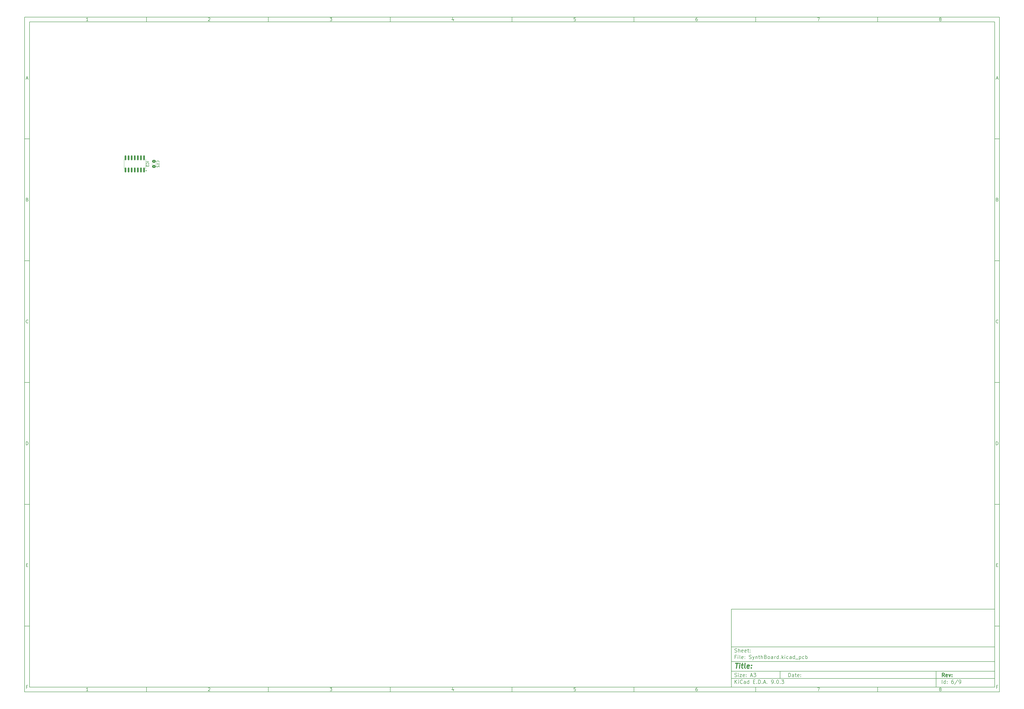
<source format=gbr>
%TF.GenerationSoftware,KiCad,Pcbnew,9.0.3*%
%TF.CreationDate,2025-09-21T10:38:42+09:00*%
%TF.ProjectId,SynthBoard,53796e74-6842-46f6-9172-642e6b696361,rev?*%
%TF.SameCoordinates,Original*%
%TF.FileFunction,Legend,Bot*%
%TF.FilePolarity,Positive*%
%FSLAX46Y46*%
G04 Gerber Fmt 4.6, Leading zero omitted, Abs format (unit mm)*
G04 Created by KiCad (PCBNEW 9.0.3) date 2025-09-21 10:38:42*
%MOMM*%
%LPD*%
G01*
G04 APERTURE LIST*
G04 Aperture macros list*
%AMRoundRect*
0 Rectangle with rounded corners*
0 $1 Rounding radius*
0 $2 $3 $4 $5 $6 $7 $8 $9 X,Y pos of 4 corners*
0 Add a 4 corners polygon primitive as box body*
4,1,4,$2,$3,$4,$5,$6,$7,$8,$9,$2,$3,0*
0 Add four circle primitives for the rounded corners*
1,1,$1+$1,$2,$3*
1,1,$1+$1,$4,$5*
1,1,$1+$1,$6,$7*
1,1,$1+$1,$8,$9*
0 Add four rect primitives between the rounded corners*
20,1,$1+$1,$2,$3,$4,$5,0*
20,1,$1+$1,$4,$5,$6,$7,0*
20,1,$1+$1,$6,$7,$8,$9,0*
20,1,$1+$1,$8,$9,$2,$3,0*%
G04 Aperture macros list end*
%ADD10C,0.100000*%
%ADD11C,0.150000*%
%ADD12C,0.300000*%
%ADD13C,0.400000*%
%ADD14C,0.120000*%
%ADD15C,1.120000*%
%ADD16C,1.600000*%
%ADD17R,1.800000X1.800000*%
%ADD18C,1.800000*%
%ADD19C,2.550000*%
%ADD20R,1.700000X1.700000*%
%ADD21C,1.700000*%
%ADD22R,1.200000X1.200000*%
%ADD23C,1.286000*%
%ADD24C,2.025000*%
%ADD25C,4.455000*%
%ADD26RoundRect,0.150000X0.150000X-0.825000X0.150000X0.825000X-0.150000X0.825000X-0.150000X-0.825000X0*%
%ADD27RoundRect,0.250000X0.475000X-0.337500X0.475000X0.337500X-0.475000X0.337500X-0.475000X-0.337500X0*%
G04 APERTURE END LIST*
D10*
D11*
X299989000Y-253002200D02*
X407989000Y-253002200D01*
X407989000Y-285002200D01*
X299989000Y-285002200D01*
X299989000Y-253002200D01*
D10*
D11*
X10000000Y-10000000D02*
X409989000Y-10000000D01*
X409989000Y-287002200D01*
X10000000Y-287002200D01*
X10000000Y-10000000D01*
D10*
D11*
X12000000Y-12000000D02*
X407989000Y-12000000D01*
X407989000Y-285002200D01*
X12000000Y-285002200D01*
X12000000Y-12000000D01*
D10*
D11*
X60000000Y-12000000D02*
X60000000Y-10000000D01*
D10*
D11*
X110000000Y-12000000D02*
X110000000Y-10000000D01*
D10*
D11*
X160000000Y-12000000D02*
X160000000Y-10000000D01*
D10*
D11*
X210000000Y-12000000D02*
X210000000Y-10000000D01*
D10*
D11*
X260000000Y-12000000D02*
X260000000Y-10000000D01*
D10*
D11*
X310000000Y-12000000D02*
X310000000Y-10000000D01*
D10*
D11*
X360000000Y-12000000D02*
X360000000Y-10000000D01*
D10*
D11*
X36089160Y-11593604D02*
X35346303Y-11593604D01*
X35717731Y-11593604D02*
X35717731Y-10293604D01*
X35717731Y-10293604D02*
X35593922Y-10479319D01*
X35593922Y-10479319D02*
X35470112Y-10603128D01*
X35470112Y-10603128D02*
X35346303Y-10665033D01*
D10*
D11*
X85346303Y-10417414D02*
X85408207Y-10355509D01*
X85408207Y-10355509D02*
X85532017Y-10293604D01*
X85532017Y-10293604D02*
X85841541Y-10293604D01*
X85841541Y-10293604D02*
X85965350Y-10355509D01*
X85965350Y-10355509D02*
X86027255Y-10417414D01*
X86027255Y-10417414D02*
X86089160Y-10541223D01*
X86089160Y-10541223D02*
X86089160Y-10665033D01*
X86089160Y-10665033D02*
X86027255Y-10850747D01*
X86027255Y-10850747D02*
X85284398Y-11593604D01*
X85284398Y-11593604D02*
X86089160Y-11593604D01*
D10*
D11*
X135284398Y-10293604D02*
X136089160Y-10293604D01*
X136089160Y-10293604D02*
X135655826Y-10788842D01*
X135655826Y-10788842D02*
X135841541Y-10788842D01*
X135841541Y-10788842D02*
X135965350Y-10850747D01*
X135965350Y-10850747D02*
X136027255Y-10912652D01*
X136027255Y-10912652D02*
X136089160Y-11036461D01*
X136089160Y-11036461D02*
X136089160Y-11345985D01*
X136089160Y-11345985D02*
X136027255Y-11469795D01*
X136027255Y-11469795D02*
X135965350Y-11531700D01*
X135965350Y-11531700D02*
X135841541Y-11593604D01*
X135841541Y-11593604D02*
X135470112Y-11593604D01*
X135470112Y-11593604D02*
X135346303Y-11531700D01*
X135346303Y-11531700D02*
X135284398Y-11469795D01*
D10*
D11*
X185965350Y-10726938D02*
X185965350Y-11593604D01*
X185655826Y-10231700D02*
X185346303Y-11160271D01*
X185346303Y-11160271D02*
X186151064Y-11160271D01*
D10*
D11*
X236027255Y-10293604D02*
X235408207Y-10293604D01*
X235408207Y-10293604D02*
X235346303Y-10912652D01*
X235346303Y-10912652D02*
X235408207Y-10850747D01*
X235408207Y-10850747D02*
X235532017Y-10788842D01*
X235532017Y-10788842D02*
X235841541Y-10788842D01*
X235841541Y-10788842D02*
X235965350Y-10850747D01*
X235965350Y-10850747D02*
X236027255Y-10912652D01*
X236027255Y-10912652D02*
X236089160Y-11036461D01*
X236089160Y-11036461D02*
X236089160Y-11345985D01*
X236089160Y-11345985D02*
X236027255Y-11469795D01*
X236027255Y-11469795D02*
X235965350Y-11531700D01*
X235965350Y-11531700D02*
X235841541Y-11593604D01*
X235841541Y-11593604D02*
X235532017Y-11593604D01*
X235532017Y-11593604D02*
X235408207Y-11531700D01*
X235408207Y-11531700D02*
X235346303Y-11469795D01*
D10*
D11*
X285965350Y-10293604D02*
X285717731Y-10293604D01*
X285717731Y-10293604D02*
X285593922Y-10355509D01*
X285593922Y-10355509D02*
X285532017Y-10417414D01*
X285532017Y-10417414D02*
X285408207Y-10603128D01*
X285408207Y-10603128D02*
X285346303Y-10850747D01*
X285346303Y-10850747D02*
X285346303Y-11345985D01*
X285346303Y-11345985D02*
X285408207Y-11469795D01*
X285408207Y-11469795D02*
X285470112Y-11531700D01*
X285470112Y-11531700D02*
X285593922Y-11593604D01*
X285593922Y-11593604D02*
X285841541Y-11593604D01*
X285841541Y-11593604D02*
X285965350Y-11531700D01*
X285965350Y-11531700D02*
X286027255Y-11469795D01*
X286027255Y-11469795D02*
X286089160Y-11345985D01*
X286089160Y-11345985D02*
X286089160Y-11036461D01*
X286089160Y-11036461D02*
X286027255Y-10912652D01*
X286027255Y-10912652D02*
X285965350Y-10850747D01*
X285965350Y-10850747D02*
X285841541Y-10788842D01*
X285841541Y-10788842D02*
X285593922Y-10788842D01*
X285593922Y-10788842D02*
X285470112Y-10850747D01*
X285470112Y-10850747D02*
X285408207Y-10912652D01*
X285408207Y-10912652D02*
X285346303Y-11036461D01*
D10*
D11*
X335284398Y-10293604D02*
X336151064Y-10293604D01*
X336151064Y-10293604D02*
X335593922Y-11593604D01*
D10*
D11*
X385593922Y-10850747D02*
X385470112Y-10788842D01*
X385470112Y-10788842D02*
X385408207Y-10726938D01*
X385408207Y-10726938D02*
X385346303Y-10603128D01*
X385346303Y-10603128D02*
X385346303Y-10541223D01*
X385346303Y-10541223D02*
X385408207Y-10417414D01*
X385408207Y-10417414D02*
X385470112Y-10355509D01*
X385470112Y-10355509D02*
X385593922Y-10293604D01*
X385593922Y-10293604D02*
X385841541Y-10293604D01*
X385841541Y-10293604D02*
X385965350Y-10355509D01*
X385965350Y-10355509D02*
X386027255Y-10417414D01*
X386027255Y-10417414D02*
X386089160Y-10541223D01*
X386089160Y-10541223D02*
X386089160Y-10603128D01*
X386089160Y-10603128D02*
X386027255Y-10726938D01*
X386027255Y-10726938D02*
X385965350Y-10788842D01*
X385965350Y-10788842D02*
X385841541Y-10850747D01*
X385841541Y-10850747D02*
X385593922Y-10850747D01*
X385593922Y-10850747D02*
X385470112Y-10912652D01*
X385470112Y-10912652D02*
X385408207Y-10974557D01*
X385408207Y-10974557D02*
X385346303Y-11098366D01*
X385346303Y-11098366D02*
X385346303Y-11345985D01*
X385346303Y-11345985D02*
X385408207Y-11469795D01*
X385408207Y-11469795D02*
X385470112Y-11531700D01*
X385470112Y-11531700D02*
X385593922Y-11593604D01*
X385593922Y-11593604D02*
X385841541Y-11593604D01*
X385841541Y-11593604D02*
X385965350Y-11531700D01*
X385965350Y-11531700D02*
X386027255Y-11469795D01*
X386027255Y-11469795D02*
X386089160Y-11345985D01*
X386089160Y-11345985D02*
X386089160Y-11098366D01*
X386089160Y-11098366D02*
X386027255Y-10974557D01*
X386027255Y-10974557D02*
X385965350Y-10912652D01*
X385965350Y-10912652D02*
X385841541Y-10850747D01*
D10*
D11*
X60000000Y-285002200D02*
X60000000Y-287002200D01*
D10*
D11*
X110000000Y-285002200D02*
X110000000Y-287002200D01*
D10*
D11*
X160000000Y-285002200D02*
X160000000Y-287002200D01*
D10*
D11*
X210000000Y-285002200D02*
X210000000Y-287002200D01*
D10*
D11*
X260000000Y-285002200D02*
X260000000Y-287002200D01*
D10*
D11*
X310000000Y-285002200D02*
X310000000Y-287002200D01*
D10*
D11*
X360000000Y-285002200D02*
X360000000Y-287002200D01*
D10*
D11*
X36089160Y-286595804D02*
X35346303Y-286595804D01*
X35717731Y-286595804D02*
X35717731Y-285295804D01*
X35717731Y-285295804D02*
X35593922Y-285481519D01*
X35593922Y-285481519D02*
X35470112Y-285605328D01*
X35470112Y-285605328D02*
X35346303Y-285667233D01*
D10*
D11*
X85346303Y-285419614D02*
X85408207Y-285357709D01*
X85408207Y-285357709D02*
X85532017Y-285295804D01*
X85532017Y-285295804D02*
X85841541Y-285295804D01*
X85841541Y-285295804D02*
X85965350Y-285357709D01*
X85965350Y-285357709D02*
X86027255Y-285419614D01*
X86027255Y-285419614D02*
X86089160Y-285543423D01*
X86089160Y-285543423D02*
X86089160Y-285667233D01*
X86089160Y-285667233D02*
X86027255Y-285852947D01*
X86027255Y-285852947D02*
X85284398Y-286595804D01*
X85284398Y-286595804D02*
X86089160Y-286595804D01*
D10*
D11*
X135284398Y-285295804D02*
X136089160Y-285295804D01*
X136089160Y-285295804D02*
X135655826Y-285791042D01*
X135655826Y-285791042D02*
X135841541Y-285791042D01*
X135841541Y-285791042D02*
X135965350Y-285852947D01*
X135965350Y-285852947D02*
X136027255Y-285914852D01*
X136027255Y-285914852D02*
X136089160Y-286038661D01*
X136089160Y-286038661D02*
X136089160Y-286348185D01*
X136089160Y-286348185D02*
X136027255Y-286471995D01*
X136027255Y-286471995D02*
X135965350Y-286533900D01*
X135965350Y-286533900D02*
X135841541Y-286595804D01*
X135841541Y-286595804D02*
X135470112Y-286595804D01*
X135470112Y-286595804D02*
X135346303Y-286533900D01*
X135346303Y-286533900D02*
X135284398Y-286471995D01*
D10*
D11*
X185965350Y-285729138D02*
X185965350Y-286595804D01*
X185655826Y-285233900D02*
X185346303Y-286162471D01*
X185346303Y-286162471D02*
X186151064Y-286162471D01*
D10*
D11*
X236027255Y-285295804D02*
X235408207Y-285295804D01*
X235408207Y-285295804D02*
X235346303Y-285914852D01*
X235346303Y-285914852D02*
X235408207Y-285852947D01*
X235408207Y-285852947D02*
X235532017Y-285791042D01*
X235532017Y-285791042D02*
X235841541Y-285791042D01*
X235841541Y-285791042D02*
X235965350Y-285852947D01*
X235965350Y-285852947D02*
X236027255Y-285914852D01*
X236027255Y-285914852D02*
X236089160Y-286038661D01*
X236089160Y-286038661D02*
X236089160Y-286348185D01*
X236089160Y-286348185D02*
X236027255Y-286471995D01*
X236027255Y-286471995D02*
X235965350Y-286533900D01*
X235965350Y-286533900D02*
X235841541Y-286595804D01*
X235841541Y-286595804D02*
X235532017Y-286595804D01*
X235532017Y-286595804D02*
X235408207Y-286533900D01*
X235408207Y-286533900D02*
X235346303Y-286471995D01*
D10*
D11*
X285965350Y-285295804D02*
X285717731Y-285295804D01*
X285717731Y-285295804D02*
X285593922Y-285357709D01*
X285593922Y-285357709D02*
X285532017Y-285419614D01*
X285532017Y-285419614D02*
X285408207Y-285605328D01*
X285408207Y-285605328D02*
X285346303Y-285852947D01*
X285346303Y-285852947D02*
X285346303Y-286348185D01*
X285346303Y-286348185D02*
X285408207Y-286471995D01*
X285408207Y-286471995D02*
X285470112Y-286533900D01*
X285470112Y-286533900D02*
X285593922Y-286595804D01*
X285593922Y-286595804D02*
X285841541Y-286595804D01*
X285841541Y-286595804D02*
X285965350Y-286533900D01*
X285965350Y-286533900D02*
X286027255Y-286471995D01*
X286027255Y-286471995D02*
X286089160Y-286348185D01*
X286089160Y-286348185D02*
X286089160Y-286038661D01*
X286089160Y-286038661D02*
X286027255Y-285914852D01*
X286027255Y-285914852D02*
X285965350Y-285852947D01*
X285965350Y-285852947D02*
X285841541Y-285791042D01*
X285841541Y-285791042D02*
X285593922Y-285791042D01*
X285593922Y-285791042D02*
X285470112Y-285852947D01*
X285470112Y-285852947D02*
X285408207Y-285914852D01*
X285408207Y-285914852D02*
X285346303Y-286038661D01*
D10*
D11*
X335284398Y-285295804D02*
X336151064Y-285295804D01*
X336151064Y-285295804D02*
X335593922Y-286595804D01*
D10*
D11*
X385593922Y-285852947D02*
X385470112Y-285791042D01*
X385470112Y-285791042D02*
X385408207Y-285729138D01*
X385408207Y-285729138D02*
X385346303Y-285605328D01*
X385346303Y-285605328D02*
X385346303Y-285543423D01*
X385346303Y-285543423D02*
X385408207Y-285419614D01*
X385408207Y-285419614D02*
X385470112Y-285357709D01*
X385470112Y-285357709D02*
X385593922Y-285295804D01*
X385593922Y-285295804D02*
X385841541Y-285295804D01*
X385841541Y-285295804D02*
X385965350Y-285357709D01*
X385965350Y-285357709D02*
X386027255Y-285419614D01*
X386027255Y-285419614D02*
X386089160Y-285543423D01*
X386089160Y-285543423D02*
X386089160Y-285605328D01*
X386089160Y-285605328D02*
X386027255Y-285729138D01*
X386027255Y-285729138D02*
X385965350Y-285791042D01*
X385965350Y-285791042D02*
X385841541Y-285852947D01*
X385841541Y-285852947D02*
X385593922Y-285852947D01*
X385593922Y-285852947D02*
X385470112Y-285914852D01*
X385470112Y-285914852D02*
X385408207Y-285976757D01*
X385408207Y-285976757D02*
X385346303Y-286100566D01*
X385346303Y-286100566D02*
X385346303Y-286348185D01*
X385346303Y-286348185D02*
X385408207Y-286471995D01*
X385408207Y-286471995D02*
X385470112Y-286533900D01*
X385470112Y-286533900D02*
X385593922Y-286595804D01*
X385593922Y-286595804D02*
X385841541Y-286595804D01*
X385841541Y-286595804D02*
X385965350Y-286533900D01*
X385965350Y-286533900D02*
X386027255Y-286471995D01*
X386027255Y-286471995D02*
X386089160Y-286348185D01*
X386089160Y-286348185D02*
X386089160Y-286100566D01*
X386089160Y-286100566D02*
X386027255Y-285976757D01*
X386027255Y-285976757D02*
X385965350Y-285914852D01*
X385965350Y-285914852D02*
X385841541Y-285852947D01*
D10*
D11*
X10000000Y-60000000D02*
X12000000Y-60000000D01*
D10*
D11*
X10000000Y-110000000D02*
X12000000Y-110000000D01*
D10*
D11*
X10000000Y-160000000D02*
X12000000Y-160000000D01*
D10*
D11*
X10000000Y-210000000D02*
X12000000Y-210000000D01*
D10*
D11*
X10000000Y-260000000D02*
X12000000Y-260000000D01*
D10*
D11*
X10690476Y-35222176D02*
X11309523Y-35222176D01*
X10566666Y-35593604D02*
X10999999Y-34293604D01*
X10999999Y-34293604D02*
X11433333Y-35593604D01*
D10*
D11*
X11092857Y-84912652D02*
X11278571Y-84974557D01*
X11278571Y-84974557D02*
X11340476Y-85036461D01*
X11340476Y-85036461D02*
X11402380Y-85160271D01*
X11402380Y-85160271D02*
X11402380Y-85345985D01*
X11402380Y-85345985D02*
X11340476Y-85469795D01*
X11340476Y-85469795D02*
X11278571Y-85531700D01*
X11278571Y-85531700D02*
X11154761Y-85593604D01*
X11154761Y-85593604D02*
X10659523Y-85593604D01*
X10659523Y-85593604D02*
X10659523Y-84293604D01*
X10659523Y-84293604D02*
X11092857Y-84293604D01*
X11092857Y-84293604D02*
X11216666Y-84355509D01*
X11216666Y-84355509D02*
X11278571Y-84417414D01*
X11278571Y-84417414D02*
X11340476Y-84541223D01*
X11340476Y-84541223D02*
X11340476Y-84665033D01*
X11340476Y-84665033D02*
X11278571Y-84788842D01*
X11278571Y-84788842D02*
X11216666Y-84850747D01*
X11216666Y-84850747D02*
X11092857Y-84912652D01*
X11092857Y-84912652D02*
X10659523Y-84912652D01*
D10*
D11*
X11402380Y-135469795D02*
X11340476Y-135531700D01*
X11340476Y-135531700D02*
X11154761Y-135593604D01*
X11154761Y-135593604D02*
X11030952Y-135593604D01*
X11030952Y-135593604D02*
X10845238Y-135531700D01*
X10845238Y-135531700D02*
X10721428Y-135407890D01*
X10721428Y-135407890D02*
X10659523Y-135284080D01*
X10659523Y-135284080D02*
X10597619Y-135036461D01*
X10597619Y-135036461D02*
X10597619Y-134850747D01*
X10597619Y-134850747D02*
X10659523Y-134603128D01*
X10659523Y-134603128D02*
X10721428Y-134479319D01*
X10721428Y-134479319D02*
X10845238Y-134355509D01*
X10845238Y-134355509D02*
X11030952Y-134293604D01*
X11030952Y-134293604D02*
X11154761Y-134293604D01*
X11154761Y-134293604D02*
X11340476Y-134355509D01*
X11340476Y-134355509D02*
X11402380Y-134417414D01*
D10*
D11*
X10659523Y-185593604D02*
X10659523Y-184293604D01*
X10659523Y-184293604D02*
X10969047Y-184293604D01*
X10969047Y-184293604D02*
X11154761Y-184355509D01*
X11154761Y-184355509D02*
X11278571Y-184479319D01*
X11278571Y-184479319D02*
X11340476Y-184603128D01*
X11340476Y-184603128D02*
X11402380Y-184850747D01*
X11402380Y-184850747D02*
X11402380Y-185036461D01*
X11402380Y-185036461D02*
X11340476Y-185284080D01*
X11340476Y-185284080D02*
X11278571Y-185407890D01*
X11278571Y-185407890D02*
X11154761Y-185531700D01*
X11154761Y-185531700D02*
X10969047Y-185593604D01*
X10969047Y-185593604D02*
X10659523Y-185593604D01*
D10*
D11*
X10721428Y-234912652D02*
X11154762Y-234912652D01*
X11340476Y-235593604D02*
X10721428Y-235593604D01*
X10721428Y-235593604D02*
X10721428Y-234293604D01*
X10721428Y-234293604D02*
X11340476Y-234293604D01*
D10*
D11*
X11185714Y-284912652D02*
X10752380Y-284912652D01*
X10752380Y-285593604D02*
X10752380Y-284293604D01*
X10752380Y-284293604D02*
X11371428Y-284293604D01*
D10*
D11*
X409989000Y-60000000D02*
X407989000Y-60000000D01*
D10*
D11*
X409989000Y-110000000D02*
X407989000Y-110000000D01*
D10*
D11*
X409989000Y-160000000D02*
X407989000Y-160000000D01*
D10*
D11*
X409989000Y-210000000D02*
X407989000Y-210000000D01*
D10*
D11*
X409989000Y-260000000D02*
X407989000Y-260000000D01*
D10*
D11*
X408679476Y-35222176D02*
X409298523Y-35222176D01*
X408555666Y-35593604D02*
X408988999Y-34293604D01*
X408988999Y-34293604D02*
X409422333Y-35593604D01*
D10*
D11*
X409081857Y-84912652D02*
X409267571Y-84974557D01*
X409267571Y-84974557D02*
X409329476Y-85036461D01*
X409329476Y-85036461D02*
X409391380Y-85160271D01*
X409391380Y-85160271D02*
X409391380Y-85345985D01*
X409391380Y-85345985D02*
X409329476Y-85469795D01*
X409329476Y-85469795D02*
X409267571Y-85531700D01*
X409267571Y-85531700D02*
X409143761Y-85593604D01*
X409143761Y-85593604D02*
X408648523Y-85593604D01*
X408648523Y-85593604D02*
X408648523Y-84293604D01*
X408648523Y-84293604D02*
X409081857Y-84293604D01*
X409081857Y-84293604D02*
X409205666Y-84355509D01*
X409205666Y-84355509D02*
X409267571Y-84417414D01*
X409267571Y-84417414D02*
X409329476Y-84541223D01*
X409329476Y-84541223D02*
X409329476Y-84665033D01*
X409329476Y-84665033D02*
X409267571Y-84788842D01*
X409267571Y-84788842D02*
X409205666Y-84850747D01*
X409205666Y-84850747D02*
X409081857Y-84912652D01*
X409081857Y-84912652D02*
X408648523Y-84912652D01*
D10*
D11*
X409391380Y-135469795D02*
X409329476Y-135531700D01*
X409329476Y-135531700D02*
X409143761Y-135593604D01*
X409143761Y-135593604D02*
X409019952Y-135593604D01*
X409019952Y-135593604D02*
X408834238Y-135531700D01*
X408834238Y-135531700D02*
X408710428Y-135407890D01*
X408710428Y-135407890D02*
X408648523Y-135284080D01*
X408648523Y-135284080D02*
X408586619Y-135036461D01*
X408586619Y-135036461D02*
X408586619Y-134850747D01*
X408586619Y-134850747D02*
X408648523Y-134603128D01*
X408648523Y-134603128D02*
X408710428Y-134479319D01*
X408710428Y-134479319D02*
X408834238Y-134355509D01*
X408834238Y-134355509D02*
X409019952Y-134293604D01*
X409019952Y-134293604D02*
X409143761Y-134293604D01*
X409143761Y-134293604D02*
X409329476Y-134355509D01*
X409329476Y-134355509D02*
X409391380Y-134417414D01*
D10*
D11*
X408648523Y-185593604D02*
X408648523Y-184293604D01*
X408648523Y-184293604D02*
X408958047Y-184293604D01*
X408958047Y-184293604D02*
X409143761Y-184355509D01*
X409143761Y-184355509D02*
X409267571Y-184479319D01*
X409267571Y-184479319D02*
X409329476Y-184603128D01*
X409329476Y-184603128D02*
X409391380Y-184850747D01*
X409391380Y-184850747D02*
X409391380Y-185036461D01*
X409391380Y-185036461D02*
X409329476Y-185284080D01*
X409329476Y-185284080D02*
X409267571Y-185407890D01*
X409267571Y-185407890D02*
X409143761Y-185531700D01*
X409143761Y-185531700D02*
X408958047Y-185593604D01*
X408958047Y-185593604D02*
X408648523Y-185593604D01*
D10*
D11*
X408710428Y-234912652D02*
X409143762Y-234912652D01*
X409329476Y-235593604D02*
X408710428Y-235593604D01*
X408710428Y-235593604D02*
X408710428Y-234293604D01*
X408710428Y-234293604D02*
X409329476Y-234293604D01*
D10*
D11*
X409174714Y-284912652D02*
X408741380Y-284912652D01*
X408741380Y-285593604D02*
X408741380Y-284293604D01*
X408741380Y-284293604D02*
X409360428Y-284293604D01*
D10*
D11*
X323444826Y-280788328D02*
X323444826Y-279288328D01*
X323444826Y-279288328D02*
X323801969Y-279288328D01*
X323801969Y-279288328D02*
X324016255Y-279359757D01*
X324016255Y-279359757D02*
X324159112Y-279502614D01*
X324159112Y-279502614D02*
X324230541Y-279645471D01*
X324230541Y-279645471D02*
X324301969Y-279931185D01*
X324301969Y-279931185D02*
X324301969Y-280145471D01*
X324301969Y-280145471D02*
X324230541Y-280431185D01*
X324230541Y-280431185D02*
X324159112Y-280574042D01*
X324159112Y-280574042D02*
X324016255Y-280716900D01*
X324016255Y-280716900D02*
X323801969Y-280788328D01*
X323801969Y-280788328D02*
X323444826Y-280788328D01*
X325587684Y-280788328D02*
X325587684Y-280002614D01*
X325587684Y-280002614D02*
X325516255Y-279859757D01*
X325516255Y-279859757D02*
X325373398Y-279788328D01*
X325373398Y-279788328D02*
X325087684Y-279788328D01*
X325087684Y-279788328D02*
X324944826Y-279859757D01*
X325587684Y-280716900D02*
X325444826Y-280788328D01*
X325444826Y-280788328D02*
X325087684Y-280788328D01*
X325087684Y-280788328D02*
X324944826Y-280716900D01*
X324944826Y-280716900D02*
X324873398Y-280574042D01*
X324873398Y-280574042D02*
X324873398Y-280431185D01*
X324873398Y-280431185D02*
X324944826Y-280288328D01*
X324944826Y-280288328D02*
X325087684Y-280216900D01*
X325087684Y-280216900D02*
X325444826Y-280216900D01*
X325444826Y-280216900D02*
X325587684Y-280145471D01*
X326087684Y-279788328D02*
X326659112Y-279788328D01*
X326301969Y-279288328D02*
X326301969Y-280574042D01*
X326301969Y-280574042D02*
X326373398Y-280716900D01*
X326373398Y-280716900D02*
X326516255Y-280788328D01*
X326516255Y-280788328D02*
X326659112Y-280788328D01*
X327730541Y-280716900D02*
X327587684Y-280788328D01*
X327587684Y-280788328D02*
X327301970Y-280788328D01*
X327301970Y-280788328D02*
X327159112Y-280716900D01*
X327159112Y-280716900D02*
X327087684Y-280574042D01*
X327087684Y-280574042D02*
X327087684Y-280002614D01*
X327087684Y-280002614D02*
X327159112Y-279859757D01*
X327159112Y-279859757D02*
X327301970Y-279788328D01*
X327301970Y-279788328D02*
X327587684Y-279788328D01*
X327587684Y-279788328D02*
X327730541Y-279859757D01*
X327730541Y-279859757D02*
X327801970Y-280002614D01*
X327801970Y-280002614D02*
X327801970Y-280145471D01*
X327801970Y-280145471D02*
X327087684Y-280288328D01*
X328444826Y-280645471D02*
X328516255Y-280716900D01*
X328516255Y-280716900D02*
X328444826Y-280788328D01*
X328444826Y-280788328D02*
X328373398Y-280716900D01*
X328373398Y-280716900D02*
X328444826Y-280645471D01*
X328444826Y-280645471D02*
X328444826Y-280788328D01*
X328444826Y-279859757D02*
X328516255Y-279931185D01*
X328516255Y-279931185D02*
X328444826Y-280002614D01*
X328444826Y-280002614D02*
X328373398Y-279931185D01*
X328373398Y-279931185D02*
X328444826Y-279859757D01*
X328444826Y-279859757D02*
X328444826Y-280002614D01*
D10*
D11*
X299989000Y-281502200D02*
X407989000Y-281502200D01*
D10*
D11*
X301444826Y-283588328D02*
X301444826Y-282088328D01*
X302301969Y-283588328D02*
X301659112Y-282731185D01*
X302301969Y-282088328D02*
X301444826Y-282945471D01*
X302944826Y-283588328D02*
X302944826Y-282588328D01*
X302944826Y-282088328D02*
X302873398Y-282159757D01*
X302873398Y-282159757D02*
X302944826Y-282231185D01*
X302944826Y-282231185D02*
X303016255Y-282159757D01*
X303016255Y-282159757D02*
X302944826Y-282088328D01*
X302944826Y-282088328D02*
X302944826Y-282231185D01*
X304516255Y-283445471D02*
X304444827Y-283516900D01*
X304444827Y-283516900D02*
X304230541Y-283588328D01*
X304230541Y-283588328D02*
X304087684Y-283588328D01*
X304087684Y-283588328D02*
X303873398Y-283516900D01*
X303873398Y-283516900D02*
X303730541Y-283374042D01*
X303730541Y-283374042D02*
X303659112Y-283231185D01*
X303659112Y-283231185D02*
X303587684Y-282945471D01*
X303587684Y-282945471D02*
X303587684Y-282731185D01*
X303587684Y-282731185D02*
X303659112Y-282445471D01*
X303659112Y-282445471D02*
X303730541Y-282302614D01*
X303730541Y-282302614D02*
X303873398Y-282159757D01*
X303873398Y-282159757D02*
X304087684Y-282088328D01*
X304087684Y-282088328D02*
X304230541Y-282088328D01*
X304230541Y-282088328D02*
X304444827Y-282159757D01*
X304444827Y-282159757D02*
X304516255Y-282231185D01*
X305801970Y-283588328D02*
X305801970Y-282802614D01*
X305801970Y-282802614D02*
X305730541Y-282659757D01*
X305730541Y-282659757D02*
X305587684Y-282588328D01*
X305587684Y-282588328D02*
X305301970Y-282588328D01*
X305301970Y-282588328D02*
X305159112Y-282659757D01*
X305801970Y-283516900D02*
X305659112Y-283588328D01*
X305659112Y-283588328D02*
X305301970Y-283588328D01*
X305301970Y-283588328D02*
X305159112Y-283516900D01*
X305159112Y-283516900D02*
X305087684Y-283374042D01*
X305087684Y-283374042D02*
X305087684Y-283231185D01*
X305087684Y-283231185D02*
X305159112Y-283088328D01*
X305159112Y-283088328D02*
X305301970Y-283016900D01*
X305301970Y-283016900D02*
X305659112Y-283016900D01*
X305659112Y-283016900D02*
X305801970Y-282945471D01*
X307159113Y-283588328D02*
X307159113Y-282088328D01*
X307159113Y-283516900D02*
X307016255Y-283588328D01*
X307016255Y-283588328D02*
X306730541Y-283588328D01*
X306730541Y-283588328D02*
X306587684Y-283516900D01*
X306587684Y-283516900D02*
X306516255Y-283445471D01*
X306516255Y-283445471D02*
X306444827Y-283302614D01*
X306444827Y-283302614D02*
X306444827Y-282874042D01*
X306444827Y-282874042D02*
X306516255Y-282731185D01*
X306516255Y-282731185D02*
X306587684Y-282659757D01*
X306587684Y-282659757D02*
X306730541Y-282588328D01*
X306730541Y-282588328D02*
X307016255Y-282588328D01*
X307016255Y-282588328D02*
X307159113Y-282659757D01*
X309016255Y-282802614D02*
X309516255Y-282802614D01*
X309730541Y-283588328D02*
X309016255Y-283588328D01*
X309016255Y-283588328D02*
X309016255Y-282088328D01*
X309016255Y-282088328D02*
X309730541Y-282088328D01*
X310373398Y-283445471D02*
X310444827Y-283516900D01*
X310444827Y-283516900D02*
X310373398Y-283588328D01*
X310373398Y-283588328D02*
X310301970Y-283516900D01*
X310301970Y-283516900D02*
X310373398Y-283445471D01*
X310373398Y-283445471D02*
X310373398Y-283588328D01*
X311087684Y-283588328D02*
X311087684Y-282088328D01*
X311087684Y-282088328D02*
X311444827Y-282088328D01*
X311444827Y-282088328D02*
X311659113Y-282159757D01*
X311659113Y-282159757D02*
X311801970Y-282302614D01*
X311801970Y-282302614D02*
X311873399Y-282445471D01*
X311873399Y-282445471D02*
X311944827Y-282731185D01*
X311944827Y-282731185D02*
X311944827Y-282945471D01*
X311944827Y-282945471D02*
X311873399Y-283231185D01*
X311873399Y-283231185D02*
X311801970Y-283374042D01*
X311801970Y-283374042D02*
X311659113Y-283516900D01*
X311659113Y-283516900D02*
X311444827Y-283588328D01*
X311444827Y-283588328D02*
X311087684Y-283588328D01*
X312587684Y-283445471D02*
X312659113Y-283516900D01*
X312659113Y-283516900D02*
X312587684Y-283588328D01*
X312587684Y-283588328D02*
X312516256Y-283516900D01*
X312516256Y-283516900D02*
X312587684Y-283445471D01*
X312587684Y-283445471D02*
X312587684Y-283588328D01*
X313230542Y-283159757D02*
X313944828Y-283159757D01*
X313087685Y-283588328D02*
X313587685Y-282088328D01*
X313587685Y-282088328D02*
X314087685Y-283588328D01*
X314587684Y-283445471D02*
X314659113Y-283516900D01*
X314659113Y-283516900D02*
X314587684Y-283588328D01*
X314587684Y-283588328D02*
X314516256Y-283516900D01*
X314516256Y-283516900D02*
X314587684Y-283445471D01*
X314587684Y-283445471D02*
X314587684Y-283588328D01*
X316516256Y-283588328D02*
X316801970Y-283588328D01*
X316801970Y-283588328D02*
X316944827Y-283516900D01*
X316944827Y-283516900D02*
X317016256Y-283445471D01*
X317016256Y-283445471D02*
X317159113Y-283231185D01*
X317159113Y-283231185D02*
X317230542Y-282945471D01*
X317230542Y-282945471D02*
X317230542Y-282374042D01*
X317230542Y-282374042D02*
X317159113Y-282231185D01*
X317159113Y-282231185D02*
X317087685Y-282159757D01*
X317087685Y-282159757D02*
X316944827Y-282088328D01*
X316944827Y-282088328D02*
X316659113Y-282088328D01*
X316659113Y-282088328D02*
X316516256Y-282159757D01*
X316516256Y-282159757D02*
X316444827Y-282231185D01*
X316444827Y-282231185D02*
X316373399Y-282374042D01*
X316373399Y-282374042D02*
X316373399Y-282731185D01*
X316373399Y-282731185D02*
X316444827Y-282874042D01*
X316444827Y-282874042D02*
X316516256Y-282945471D01*
X316516256Y-282945471D02*
X316659113Y-283016900D01*
X316659113Y-283016900D02*
X316944827Y-283016900D01*
X316944827Y-283016900D02*
X317087685Y-282945471D01*
X317087685Y-282945471D02*
X317159113Y-282874042D01*
X317159113Y-282874042D02*
X317230542Y-282731185D01*
X317873398Y-283445471D02*
X317944827Y-283516900D01*
X317944827Y-283516900D02*
X317873398Y-283588328D01*
X317873398Y-283588328D02*
X317801970Y-283516900D01*
X317801970Y-283516900D02*
X317873398Y-283445471D01*
X317873398Y-283445471D02*
X317873398Y-283588328D01*
X318873399Y-282088328D02*
X319016256Y-282088328D01*
X319016256Y-282088328D02*
X319159113Y-282159757D01*
X319159113Y-282159757D02*
X319230542Y-282231185D01*
X319230542Y-282231185D02*
X319301970Y-282374042D01*
X319301970Y-282374042D02*
X319373399Y-282659757D01*
X319373399Y-282659757D02*
X319373399Y-283016900D01*
X319373399Y-283016900D02*
X319301970Y-283302614D01*
X319301970Y-283302614D02*
X319230542Y-283445471D01*
X319230542Y-283445471D02*
X319159113Y-283516900D01*
X319159113Y-283516900D02*
X319016256Y-283588328D01*
X319016256Y-283588328D02*
X318873399Y-283588328D01*
X318873399Y-283588328D02*
X318730542Y-283516900D01*
X318730542Y-283516900D02*
X318659113Y-283445471D01*
X318659113Y-283445471D02*
X318587684Y-283302614D01*
X318587684Y-283302614D02*
X318516256Y-283016900D01*
X318516256Y-283016900D02*
X318516256Y-282659757D01*
X318516256Y-282659757D02*
X318587684Y-282374042D01*
X318587684Y-282374042D02*
X318659113Y-282231185D01*
X318659113Y-282231185D02*
X318730542Y-282159757D01*
X318730542Y-282159757D02*
X318873399Y-282088328D01*
X320016255Y-283445471D02*
X320087684Y-283516900D01*
X320087684Y-283516900D02*
X320016255Y-283588328D01*
X320016255Y-283588328D02*
X319944827Y-283516900D01*
X319944827Y-283516900D02*
X320016255Y-283445471D01*
X320016255Y-283445471D02*
X320016255Y-283588328D01*
X320587684Y-282088328D02*
X321516256Y-282088328D01*
X321516256Y-282088328D02*
X321016256Y-282659757D01*
X321016256Y-282659757D02*
X321230541Y-282659757D01*
X321230541Y-282659757D02*
X321373399Y-282731185D01*
X321373399Y-282731185D02*
X321444827Y-282802614D01*
X321444827Y-282802614D02*
X321516256Y-282945471D01*
X321516256Y-282945471D02*
X321516256Y-283302614D01*
X321516256Y-283302614D02*
X321444827Y-283445471D01*
X321444827Y-283445471D02*
X321373399Y-283516900D01*
X321373399Y-283516900D02*
X321230541Y-283588328D01*
X321230541Y-283588328D02*
X320801970Y-283588328D01*
X320801970Y-283588328D02*
X320659113Y-283516900D01*
X320659113Y-283516900D02*
X320587684Y-283445471D01*
D10*
D11*
X299989000Y-278502200D02*
X407989000Y-278502200D01*
D10*
D12*
X387400653Y-280780528D02*
X386900653Y-280066242D01*
X386543510Y-280780528D02*
X386543510Y-279280528D01*
X386543510Y-279280528D02*
X387114939Y-279280528D01*
X387114939Y-279280528D02*
X387257796Y-279351957D01*
X387257796Y-279351957D02*
X387329225Y-279423385D01*
X387329225Y-279423385D02*
X387400653Y-279566242D01*
X387400653Y-279566242D02*
X387400653Y-279780528D01*
X387400653Y-279780528D02*
X387329225Y-279923385D01*
X387329225Y-279923385D02*
X387257796Y-279994814D01*
X387257796Y-279994814D02*
X387114939Y-280066242D01*
X387114939Y-280066242D02*
X386543510Y-280066242D01*
X388614939Y-280709100D02*
X388472082Y-280780528D01*
X388472082Y-280780528D02*
X388186368Y-280780528D01*
X388186368Y-280780528D02*
X388043510Y-280709100D01*
X388043510Y-280709100D02*
X387972082Y-280566242D01*
X387972082Y-280566242D02*
X387972082Y-279994814D01*
X387972082Y-279994814D02*
X388043510Y-279851957D01*
X388043510Y-279851957D02*
X388186368Y-279780528D01*
X388186368Y-279780528D02*
X388472082Y-279780528D01*
X388472082Y-279780528D02*
X388614939Y-279851957D01*
X388614939Y-279851957D02*
X388686368Y-279994814D01*
X388686368Y-279994814D02*
X388686368Y-280137671D01*
X388686368Y-280137671D02*
X387972082Y-280280528D01*
X389186367Y-279780528D02*
X389543510Y-280780528D01*
X389543510Y-280780528D02*
X389900653Y-279780528D01*
X390472081Y-280637671D02*
X390543510Y-280709100D01*
X390543510Y-280709100D02*
X390472081Y-280780528D01*
X390472081Y-280780528D02*
X390400653Y-280709100D01*
X390400653Y-280709100D02*
X390472081Y-280637671D01*
X390472081Y-280637671D02*
X390472081Y-280780528D01*
X390472081Y-279851957D02*
X390543510Y-279923385D01*
X390543510Y-279923385D02*
X390472081Y-279994814D01*
X390472081Y-279994814D02*
X390400653Y-279923385D01*
X390400653Y-279923385D02*
X390472081Y-279851957D01*
X390472081Y-279851957D02*
X390472081Y-279994814D01*
D10*
D11*
X301373398Y-280716900D02*
X301587684Y-280788328D01*
X301587684Y-280788328D02*
X301944826Y-280788328D01*
X301944826Y-280788328D02*
X302087684Y-280716900D01*
X302087684Y-280716900D02*
X302159112Y-280645471D01*
X302159112Y-280645471D02*
X302230541Y-280502614D01*
X302230541Y-280502614D02*
X302230541Y-280359757D01*
X302230541Y-280359757D02*
X302159112Y-280216900D01*
X302159112Y-280216900D02*
X302087684Y-280145471D01*
X302087684Y-280145471D02*
X301944826Y-280074042D01*
X301944826Y-280074042D02*
X301659112Y-280002614D01*
X301659112Y-280002614D02*
X301516255Y-279931185D01*
X301516255Y-279931185D02*
X301444826Y-279859757D01*
X301444826Y-279859757D02*
X301373398Y-279716900D01*
X301373398Y-279716900D02*
X301373398Y-279574042D01*
X301373398Y-279574042D02*
X301444826Y-279431185D01*
X301444826Y-279431185D02*
X301516255Y-279359757D01*
X301516255Y-279359757D02*
X301659112Y-279288328D01*
X301659112Y-279288328D02*
X302016255Y-279288328D01*
X302016255Y-279288328D02*
X302230541Y-279359757D01*
X302873397Y-280788328D02*
X302873397Y-279788328D01*
X302873397Y-279288328D02*
X302801969Y-279359757D01*
X302801969Y-279359757D02*
X302873397Y-279431185D01*
X302873397Y-279431185D02*
X302944826Y-279359757D01*
X302944826Y-279359757D02*
X302873397Y-279288328D01*
X302873397Y-279288328D02*
X302873397Y-279431185D01*
X303444826Y-279788328D02*
X304230541Y-279788328D01*
X304230541Y-279788328D02*
X303444826Y-280788328D01*
X303444826Y-280788328D02*
X304230541Y-280788328D01*
X305373398Y-280716900D02*
X305230541Y-280788328D01*
X305230541Y-280788328D02*
X304944827Y-280788328D01*
X304944827Y-280788328D02*
X304801969Y-280716900D01*
X304801969Y-280716900D02*
X304730541Y-280574042D01*
X304730541Y-280574042D02*
X304730541Y-280002614D01*
X304730541Y-280002614D02*
X304801969Y-279859757D01*
X304801969Y-279859757D02*
X304944827Y-279788328D01*
X304944827Y-279788328D02*
X305230541Y-279788328D01*
X305230541Y-279788328D02*
X305373398Y-279859757D01*
X305373398Y-279859757D02*
X305444827Y-280002614D01*
X305444827Y-280002614D02*
X305444827Y-280145471D01*
X305444827Y-280145471D02*
X304730541Y-280288328D01*
X306087683Y-280645471D02*
X306159112Y-280716900D01*
X306159112Y-280716900D02*
X306087683Y-280788328D01*
X306087683Y-280788328D02*
X306016255Y-280716900D01*
X306016255Y-280716900D02*
X306087683Y-280645471D01*
X306087683Y-280645471D02*
X306087683Y-280788328D01*
X306087683Y-279859757D02*
X306159112Y-279931185D01*
X306159112Y-279931185D02*
X306087683Y-280002614D01*
X306087683Y-280002614D02*
X306016255Y-279931185D01*
X306016255Y-279931185D02*
X306087683Y-279859757D01*
X306087683Y-279859757D02*
X306087683Y-280002614D01*
X307873398Y-280359757D02*
X308587684Y-280359757D01*
X307730541Y-280788328D02*
X308230541Y-279288328D01*
X308230541Y-279288328D02*
X308730541Y-280788328D01*
X309087683Y-279288328D02*
X310016255Y-279288328D01*
X310016255Y-279288328D02*
X309516255Y-279859757D01*
X309516255Y-279859757D02*
X309730540Y-279859757D01*
X309730540Y-279859757D02*
X309873398Y-279931185D01*
X309873398Y-279931185D02*
X309944826Y-280002614D01*
X309944826Y-280002614D02*
X310016255Y-280145471D01*
X310016255Y-280145471D02*
X310016255Y-280502614D01*
X310016255Y-280502614D02*
X309944826Y-280645471D01*
X309944826Y-280645471D02*
X309873398Y-280716900D01*
X309873398Y-280716900D02*
X309730540Y-280788328D01*
X309730540Y-280788328D02*
X309301969Y-280788328D01*
X309301969Y-280788328D02*
X309159112Y-280716900D01*
X309159112Y-280716900D02*
X309087683Y-280645471D01*
D10*
D11*
X386444826Y-283588328D02*
X386444826Y-282088328D01*
X387801970Y-283588328D02*
X387801970Y-282088328D01*
X387801970Y-283516900D02*
X387659112Y-283588328D01*
X387659112Y-283588328D02*
X387373398Y-283588328D01*
X387373398Y-283588328D02*
X387230541Y-283516900D01*
X387230541Y-283516900D02*
X387159112Y-283445471D01*
X387159112Y-283445471D02*
X387087684Y-283302614D01*
X387087684Y-283302614D02*
X387087684Y-282874042D01*
X387087684Y-282874042D02*
X387159112Y-282731185D01*
X387159112Y-282731185D02*
X387230541Y-282659757D01*
X387230541Y-282659757D02*
X387373398Y-282588328D01*
X387373398Y-282588328D02*
X387659112Y-282588328D01*
X387659112Y-282588328D02*
X387801970Y-282659757D01*
X388516255Y-283445471D02*
X388587684Y-283516900D01*
X388587684Y-283516900D02*
X388516255Y-283588328D01*
X388516255Y-283588328D02*
X388444827Y-283516900D01*
X388444827Y-283516900D02*
X388516255Y-283445471D01*
X388516255Y-283445471D02*
X388516255Y-283588328D01*
X388516255Y-282659757D02*
X388587684Y-282731185D01*
X388587684Y-282731185D02*
X388516255Y-282802614D01*
X388516255Y-282802614D02*
X388444827Y-282731185D01*
X388444827Y-282731185D02*
X388516255Y-282659757D01*
X388516255Y-282659757D02*
X388516255Y-282802614D01*
X391016256Y-282088328D02*
X390730541Y-282088328D01*
X390730541Y-282088328D02*
X390587684Y-282159757D01*
X390587684Y-282159757D02*
X390516256Y-282231185D01*
X390516256Y-282231185D02*
X390373398Y-282445471D01*
X390373398Y-282445471D02*
X390301970Y-282731185D01*
X390301970Y-282731185D02*
X390301970Y-283302614D01*
X390301970Y-283302614D02*
X390373398Y-283445471D01*
X390373398Y-283445471D02*
X390444827Y-283516900D01*
X390444827Y-283516900D02*
X390587684Y-283588328D01*
X390587684Y-283588328D02*
X390873398Y-283588328D01*
X390873398Y-283588328D02*
X391016256Y-283516900D01*
X391016256Y-283516900D02*
X391087684Y-283445471D01*
X391087684Y-283445471D02*
X391159113Y-283302614D01*
X391159113Y-283302614D02*
X391159113Y-282945471D01*
X391159113Y-282945471D02*
X391087684Y-282802614D01*
X391087684Y-282802614D02*
X391016256Y-282731185D01*
X391016256Y-282731185D02*
X390873398Y-282659757D01*
X390873398Y-282659757D02*
X390587684Y-282659757D01*
X390587684Y-282659757D02*
X390444827Y-282731185D01*
X390444827Y-282731185D02*
X390373398Y-282802614D01*
X390373398Y-282802614D02*
X390301970Y-282945471D01*
X392873398Y-282016900D02*
X391587684Y-283945471D01*
X393444827Y-283588328D02*
X393730541Y-283588328D01*
X393730541Y-283588328D02*
X393873398Y-283516900D01*
X393873398Y-283516900D02*
X393944827Y-283445471D01*
X393944827Y-283445471D02*
X394087684Y-283231185D01*
X394087684Y-283231185D02*
X394159113Y-282945471D01*
X394159113Y-282945471D02*
X394159113Y-282374042D01*
X394159113Y-282374042D02*
X394087684Y-282231185D01*
X394087684Y-282231185D02*
X394016256Y-282159757D01*
X394016256Y-282159757D02*
X393873398Y-282088328D01*
X393873398Y-282088328D02*
X393587684Y-282088328D01*
X393587684Y-282088328D02*
X393444827Y-282159757D01*
X393444827Y-282159757D02*
X393373398Y-282231185D01*
X393373398Y-282231185D02*
X393301970Y-282374042D01*
X393301970Y-282374042D02*
X393301970Y-282731185D01*
X393301970Y-282731185D02*
X393373398Y-282874042D01*
X393373398Y-282874042D02*
X393444827Y-282945471D01*
X393444827Y-282945471D02*
X393587684Y-283016900D01*
X393587684Y-283016900D02*
X393873398Y-283016900D01*
X393873398Y-283016900D02*
X394016256Y-282945471D01*
X394016256Y-282945471D02*
X394087684Y-282874042D01*
X394087684Y-282874042D02*
X394159113Y-282731185D01*
D10*
D11*
X299989000Y-274502200D02*
X407989000Y-274502200D01*
D10*
D13*
X301680728Y-275206638D02*
X302823585Y-275206638D01*
X302002157Y-277206638D02*
X302252157Y-275206638D01*
X303240252Y-277206638D02*
X303406919Y-275873304D01*
X303490252Y-275206638D02*
X303383109Y-275301876D01*
X303383109Y-275301876D02*
X303466443Y-275397114D01*
X303466443Y-275397114D02*
X303573586Y-275301876D01*
X303573586Y-275301876D02*
X303490252Y-275206638D01*
X303490252Y-275206638D02*
X303466443Y-275397114D01*
X304073586Y-275873304D02*
X304835490Y-275873304D01*
X304442633Y-275206638D02*
X304228348Y-276920923D01*
X304228348Y-276920923D02*
X304299776Y-277111400D01*
X304299776Y-277111400D02*
X304478348Y-277206638D01*
X304478348Y-277206638D02*
X304668824Y-277206638D01*
X305621205Y-277206638D02*
X305442633Y-277111400D01*
X305442633Y-277111400D02*
X305371205Y-276920923D01*
X305371205Y-276920923D02*
X305585490Y-275206638D01*
X307156919Y-277111400D02*
X306954538Y-277206638D01*
X306954538Y-277206638D02*
X306573585Y-277206638D01*
X306573585Y-277206638D02*
X306395014Y-277111400D01*
X306395014Y-277111400D02*
X306323585Y-276920923D01*
X306323585Y-276920923D02*
X306418824Y-276159019D01*
X306418824Y-276159019D02*
X306537871Y-275968542D01*
X306537871Y-275968542D02*
X306740252Y-275873304D01*
X306740252Y-275873304D02*
X307121204Y-275873304D01*
X307121204Y-275873304D02*
X307299776Y-275968542D01*
X307299776Y-275968542D02*
X307371204Y-276159019D01*
X307371204Y-276159019D02*
X307347395Y-276349495D01*
X307347395Y-276349495D02*
X306371204Y-276539971D01*
X308121205Y-277016161D02*
X308204538Y-277111400D01*
X308204538Y-277111400D02*
X308097395Y-277206638D01*
X308097395Y-277206638D02*
X308014062Y-277111400D01*
X308014062Y-277111400D02*
X308121205Y-277016161D01*
X308121205Y-277016161D02*
X308097395Y-277206638D01*
X308252157Y-275968542D02*
X308335490Y-276063780D01*
X308335490Y-276063780D02*
X308228348Y-276159019D01*
X308228348Y-276159019D02*
X308145014Y-276063780D01*
X308145014Y-276063780D02*
X308252157Y-275968542D01*
X308252157Y-275968542D02*
X308228348Y-276159019D01*
D10*
D11*
X301944826Y-272602614D02*
X301444826Y-272602614D01*
X301444826Y-273388328D02*
X301444826Y-271888328D01*
X301444826Y-271888328D02*
X302159112Y-271888328D01*
X302730540Y-273388328D02*
X302730540Y-272388328D01*
X302730540Y-271888328D02*
X302659112Y-271959757D01*
X302659112Y-271959757D02*
X302730540Y-272031185D01*
X302730540Y-272031185D02*
X302801969Y-271959757D01*
X302801969Y-271959757D02*
X302730540Y-271888328D01*
X302730540Y-271888328D02*
X302730540Y-272031185D01*
X303659112Y-273388328D02*
X303516255Y-273316900D01*
X303516255Y-273316900D02*
X303444826Y-273174042D01*
X303444826Y-273174042D02*
X303444826Y-271888328D01*
X304801969Y-273316900D02*
X304659112Y-273388328D01*
X304659112Y-273388328D02*
X304373398Y-273388328D01*
X304373398Y-273388328D02*
X304230540Y-273316900D01*
X304230540Y-273316900D02*
X304159112Y-273174042D01*
X304159112Y-273174042D02*
X304159112Y-272602614D01*
X304159112Y-272602614D02*
X304230540Y-272459757D01*
X304230540Y-272459757D02*
X304373398Y-272388328D01*
X304373398Y-272388328D02*
X304659112Y-272388328D01*
X304659112Y-272388328D02*
X304801969Y-272459757D01*
X304801969Y-272459757D02*
X304873398Y-272602614D01*
X304873398Y-272602614D02*
X304873398Y-272745471D01*
X304873398Y-272745471D02*
X304159112Y-272888328D01*
X305516254Y-273245471D02*
X305587683Y-273316900D01*
X305587683Y-273316900D02*
X305516254Y-273388328D01*
X305516254Y-273388328D02*
X305444826Y-273316900D01*
X305444826Y-273316900D02*
X305516254Y-273245471D01*
X305516254Y-273245471D02*
X305516254Y-273388328D01*
X305516254Y-272459757D02*
X305587683Y-272531185D01*
X305587683Y-272531185D02*
X305516254Y-272602614D01*
X305516254Y-272602614D02*
X305444826Y-272531185D01*
X305444826Y-272531185D02*
X305516254Y-272459757D01*
X305516254Y-272459757D02*
X305516254Y-272602614D01*
X307301969Y-273316900D02*
X307516255Y-273388328D01*
X307516255Y-273388328D02*
X307873397Y-273388328D01*
X307873397Y-273388328D02*
X308016255Y-273316900D01*
X308016255Y-273316900D02*
X308087683Y-273245471D01*
X308087683Y-273245471D02*
X308159112Y-273102614D01*
X308159112Y-273102614D02*
X308159112Y-272959757D01*
X308159112Y-272959757D02*
X308087683Y-272816900D01*
X308087683Y-272816900D02*
X308016255Y-272745471D01*
X308016255Y-272745471D02*
X307873397Y-272674042D01*
X307873397Y-272674042D02*
X307587683Y-272602614D01*
X307587683Y-272602614D02*
X307444826Y-272531185D01*
X307444826Y-272531185D02*
X307373397Y-272459757D01*
X307373397Y-272459757D02*
X307301969Y-272316900D01*
X307301969Y-272316900D02*
X307301969Y-272174042D01*
X307301969Y-272174042D02*
X307373397Y-272031185D01*
X307373397Y-272031185D02*
X307444826Y-271959757D01*
X307444826Y-271959757D02*
X307587683Y-271888328D01*
X307587683Y-271888328D02*
X307944826Y-271888328D01*
X307944826Y-271888328D02*
X308159112Y-271959757D01*
X308659111Y-272388328D02*
X309016254Y-273388328D01*
X309373397Y-272388328D02*
X309016254Y-273388328D01*
X309016254Y-273388328D02*
X308873397Y-273745471D01*
X308873397Y-273745471D02*
X308801968Y-273816900D01*
X308801968Y-273816900D02*
X308659111Y-273888328D01*
X309944825Y-272388328D02*
X309944825Y-273388328D01*
X309944825Y-272531185D02*
X310016254Y-272459757D01*
X310016254Y-272459757D02*
X310159111Y-272388328D01*
X310159111Y-272388328D02*
X310373397Y-272388328D01*
X310373397Y-272388328D02*
X310516254Y-272459757D01*
X310516254Y-272459757D02*
X310587683Y-272602614D01*
X310587683Y-272602614D02*
X310587683Y-273388328D01*
X311087683Y-272388328D02*
X311659111Y-272388328D01*
X311301968Y-271888328D02*
X311301968Y-273174042D01*
X311301968Y-273174042D02*
X311373397Y-273316900D01*
X311373397Y-273316900D02*
X311516254Y-273388328D01*
X311516254Y-273388328D02*
X311659111Y-273388328D01*
X312159111Y-273388328D02*
X312159111Y-271888328D01*
X312801969Y-273388328D02*
X312801969Y-272602614D01*
X312801969Y-272602614D02*
X312730540Y-272459757D01*
X312730540Y-272459757D02*
X312587683Y-272388328D01*
X312587683Y-272388328D02*
X312373397Y-272388328D01*
X312373397Y-272388328D02*
X312230540Y-272459757D01*
X312230540Y-272459757D02*
X312159111Y-272531185D01*
X314016254Y-272602614D02*
X314230540Y-272674042D01*
X314230540Y-272674042D02*
X314301969Y-272745471D01*
X314301969Y-272745471D02*
X314373397Y-272888328D01*
X314373397Y-272888328D02*
X314373397Y-273102614D01*
X314373397Y-273102614D02*
X314301969Y-273245471D01*
X314301969Y-273245471D02*
X314230540Y-273316900D01*
X314230540Y-273316900D02*
X314087683Y-273388328D01*
X314087683Y-273388328D02*
X313516254Y-273388328D01*
X313516254Y-273388328D02*
X313516254Y-271888328D01*
X313516254Y-271888328D02*
X314016254Y-271888328D01*
X314016254Y-271888328D02*
X314159112Y-271959757D01*
X314159112Y-271959757D02*
X314230540Y-272031185D01*
X314230540Y-272031185D02*
X314301969Y-272174042D01*
X314301969Y-272174042D02*
X314301969Y-272316900D01*
X314301969Y-272316900D02*
X314230540Y-272459757D01*
X314230540Y-272459757D02*
X314159112Y-272531185D01*
X314159112Y-272531185D02*
X314016254Y-272602614D01*
X314016254Y-272602614D02*
X313516254Y-272602614D01*
X315230540Y-273388328D02*
X315087683Y-273316900D01*
X315087683Y-273316900D02*
X315016254Y-273245471D01*
X315016254Y-273245471D02*
X314944826Y-273102614D01*
X314944826Y-273102614D02*
X314944826Y-272674042D01*
X314944826Y-272674042D02*
X315016254Y-272531185D01*
X315016254Y-272531185D02*
X315087683Y-272459757D01*
X315087683Y-272459757D02*
X315230540Y-272388328D01*
X315230540Y-272388328D02*
X315444826Y-272388328D01*
X315444826Y-272388328D02*
X315587683Y-272459757D01*
X315587683Y-272459757D02*
X315659112Y-272531185D01*
X315659112Y-272531185D02*
X315730540Y-272674042D01*
X315730540Y-272674042D02*
X315730540Y-273102614D01*
X315730540Y-273102614D02*
X315659112Y-273245471D01*
X315659112Y-273245471D02*
X315587683Y-273316900D01*
X315587683Y-273316900D02*
X315444826Y-273388328D01*
X315444826Y-273388328D02*
X315230540Y-273388328D01*
X317016255Y-273388328D02*
X317016255Y-272602614D01*
X317016255Y-272602614D02*
X316944826Y-272459757D01*
X316944826Y-272459757D02*
X316801969Y-272388328D01*
X316801969Y-272388328D02*
X316516255Y-272388328D01*
X316516255Y-272388328D02*
X316373397Y-272459757D01*
X317016255Y-273316900D02*
X316873397Y-273388328D01*
X316873397Y-273388328D02*
X316516255Y-273388328D01*
X316516255Y-273388328D02*
X316373397Y-273316900D01*
X316373397Y-273316900D02*
X316301969Y-273174042D01*
X316301969Y-273174042D02*
X316301969Y-273031185D01*
X316301969Y-273031185D02*
X316373397Y-272888328D01*
X316373397Y-272888328D02*
X316516255Y-272816900D01*
X316516255Y-272816900D02*
X316873397Y-272816900D01*
X316873397Y-272816900D02*
X317016255Y-272745471D01*
X317730540Y-273388328D02*
X317730540Y-272388328D01*
X317730540Y-272674042D02*
X317801969Y-272531185D01*
X317801969Y-272531185D02*
X317873398Y-272459757D01*
X317873398Y-272459757D02*
X318016255Y-272388328D01*
X318016255Y-272388328D02*
X318159112Y-272388328D01*
X319301969Y-273388328D02*
X319301969Y-271888328D01*
X319301969Y-273316900D02*
X319159111Y-273388328D01*
X319159111Y-273388328D02*
X318873397Y-273388328D01*
X318873397Y-273388328D02*
X318730540Y-273316900D01*
X318730540Y-273316900D02*
X318659111Y-273245471D01*
X318659111Y-273245471D02*
X318587683Y-273102614D01*
X318587683Y-273102614D02*
X318587683Y-272674042D01*
X318587683Y-272674042D02*
X318659111Y-272531185D01*
X318659111Y-272531185D02*
X318730540Y-272459757D01*
X318730540Y-272459757D02*
X318873397Y-272388328D01*
X318873397Y-272388328D02*
X319159111Y-272388328D01*
X319159111Y-272388328D02*
X319301969Y-272459757D01*
X320016254Y-273245471D02*
X320087683Y-273316900D01*
X320087683Y-273316900D02*
X320016254Y-273388328D01*
X320016254Y-273388328D02*
X319944826Y-273316900D01*
X319944826Y-273316900D02*
X320016254Y-273245471D01*
X320016254Y-273245471D02*
X320016254Y-273388328D01*
X320730540Y-273388328D02*
X320730540Y-271888328D01*
X320873398Y-272816900D02*
X321301969Y-273388328D01*
X321301969Y-272388328D02*
X320730540Y-272959757D01*
X321944826Y-273388328D02*
X321944826Y-272388328D01*
X321944826Y-271888328D02*
X321873398Y-271959757D01*
X321873398Y-271959757D02*
X321944826Y-272031185D01*
X321944826Y-272031185D02*
X322016255Y-271959757D01*
X322016255Y-271959757D02*
X321944826Y-271888328D01*
X321944826Y-271888328D02*
X321944826Y-272031185D01*
X323301970Y-273316900D02*
X323159112Y-273388328D01*
X323159112Y-273388328D02*
X322873398Y-273388328D01*
X322873398Y-273388328D02*
X322730541Y-273316900D01*
X322730541Y-273316900D02*
X322659112Y-273245471D01*
X322659112Y-273245471D02*
X322587684Y-273102614D01*
X322587684Y-273102614D02*
X322587684Y-272674042D01*
X322587684Y-272674042D02*
X322659112Y-272531185D01*
X322659112Y-272531185D02*
X322730541Y-272459757D01*
X322730541Y-272459757D02*
X322873398Y-272388328D01*
X322873398Y-272388328D02*
X323159112Y-272388328D01*
X323159112Y-272388328D02*
X323301970Y-272459757D01*
X324587684Y-273388328D02*
X324587684Y-272602614D01*
X324587684Y-272602614D02*
X324516255Y-272459757D01*
X324516255Y-272459757D02*
X324373398Y-272388328D01*
X324373398Y-272388328D02*
X324087684Y-272388328D01*
X324087684Y-272388328D02*
X323944826Y-272459757D01*
X324587684Y-273316900D02*
X324444826Y-273388328D01*
X324444826Y-273388328D02*
X324087684Y-273388328D01*
X324087684Y-273388328D02*
X323944826Y-273316900D01*
X323944826Y-273316900D02*
X323873398Y-273174042D01*
X323873398Y-273174042D02*
X323873398Y-273031185D01*
X323873398Y-273031185D02*
X323944826Y-272888328D01*
X323944826Y-272888328D02*
X324087684Y-272816900D01*
X324087684Y-272816900D02*
X324444826Y-272816900D01*
X324444826Y-272816900D02*
X324587684Y-272745471D01*
X325944827Y-273388328D02*
X325944827Y-271888328D01*
X325944827Y-273316900D02*
X325801969Y-273388328D01*
X325801969Y-273388328D02*
X325516255Y-273388328D01*
X325516255Y-273388328D02*
X325373398Y-273316900D01*
X325373398Y-273316900D02*
X325301969Y-273245471D01*
X325301969Y-273245471D02*
X325230541Y-273102614D01*
X325230541Y-273102614D02*
X325230541Y-272674042D01*
X325230541Y-272674042D02*
X325301969Y-272531185D01*
X325301969Y-272531185D02*
X325373398Y-272459757D01*
X325373398Y-272459757D02*
X325516255Y-272388328D01*
X325516255Y-272388328D02*
X325801969Y-272388328D01*
X325801969Y-272388328D02*
X325944827Y-272459757D01*
X326301970Y-273531185D02*
X327444827Y-273531185D01*
X327801969Y-272388328D02*
X327801969Y-273888328D01*
X327801969Y-272459757D02*
X327944827Y-272388328D01*
X327944827Y-272388328D02*
X328230541Y-272388328D01*
X328230541Y-272388328D02*
X328373398Y-272459757D01*
X328373398Y-272459757D02*
X328444827Y-272531185D01*
X328444827Y-272531185D02*
X328516255Y-272674042D01*
X328516255Y-272674042D02*
X328516255Y-273102614D01*
X328516255Y-273102614D02*
X328444827Y-273245471D01*
X328444827Y-273245471D02*
X328373398Y-273316900D01*
X328373398Y-273316900D02*
X328230541Y-273388328D01*
X328230541Y-273388328D02*
X327944827Y-273388328D01*
X327944827Y-273388328D02*
X327801969Y-273316900D01*
X329801970Y-273316900D02*
X329659112Y-273388328D01*
X329659112Y-273388328D02*
X329373398Y-273388328D01*
X329373398Y-273388328D02*
X329230541Y-273316900D01*
X329230541Y-273316900D02*
X329159112Y-273245471D01*
X329159112Y-273245471D02*
X329087684Y-273102614D01*
X329087684Y-273102614D02*
X329087684Y-272674042D01*
X329087684Y-272674042D02*
X329159112Y-272531185D01*
X329159112Y-272531185D02*
X329230541Y-272459757D01*
X329230541Y-272459757D02*
X329373398Y-272388328D01*
X329373398Y-272388328D02*
X329659112Y-272388328D01*
X329659112Y-272388328D02*
X329801970Y-272459757D01*
X330444826Y-273388328D02*
X330444826Y-271888328D01*
X330444826Y-272459757D02*
X330587684Y-272388328D01*
X330587684Y-272388328D02*
X330873398Y-272388328D01*
X330873398Y-272388328D02*
X331016255Y-272459757D01*
X331016255Y-272459757D02*
X331087684Y-272531185D01*
X331087684Y-272531185D02*
X331159112Y-272674042D01*
X331159112Y-272674042D02*
X331159112Y-273102614D01*
X331159112Y-273102614D02*
X331087684Y-273245471D01*
X331087684Y-273245471D02*
X331016255Y-273316900D01*
X331016255Y-273316900D02*
X330873398Y-273388328D01*
X330873398Y-273388328D02*
X330587684Y-273388328D01*
X330587684Y-273388328D02*
X330444826Y-273316900D01*
D10*
D11*
X299989000Y-268502200D02*
X407989000Y-268502200D01*
D10*
D11*
X301373398Y-270616900D02*
X301587684Y-270688328D01*
X301587684Y-270688328D02*
X301944826Y-270688328D01*
X301944826Y-270688328D02*
X302087684Y-270616900D01*
X302087684Y-270616900D02*
X302159112Y-270545471D01*
X302159112Y-270545471D02*
X302230541Y-270402614D01*
X302230541Y-270402614D02*
X302230541Y-270259757D01*
X302230541Y-270259757D02*
X302159112Y-270116900D01*
X302159112Y-270116900D02*
X302087684Y-270045471D01*
X302087684Y-270045471D02*
X301944826Y-269974042D01*
X301944826Y-269974042D02*
X301659112Y-269902614D01*
X301659112Y-269902614D02*
X301516255Y-269831185D01*
X301516255Y-269831185D02*
X301444826Y-269759757D01*
X301444826Y-269759757D02*
X301373398Y-269616900D01*
X301373398Y-269616900D02*
X301373398Y-269474042D01*
X301373398Y-269474042D02*
X301444826Y-269331185D01*
X301444826Y-269331185D02*
X301516255Y-269259757D01*
X301516255Y-269259757D02*
X301659112Y-269188328D01*
X301659112Y-269188328D02*
X302016255Y-269188328D01*
X302016255Y-269188328D02*
X302230541Y-269259757D01*
X302873397Y-270688328D02*
X302873397Y-269188328D01*
X303516255Y-270688328D02*
X303516255Y-269902614D01*
X303516255Y-269902614D02*
X303444826Y-269759757D01*
X303444826Y-269759757D02*
X303301969Y-269688328D01*
X303301969Y-269688328D02*
X303087683Y-269688328D01*
X303087683Y-269688328D02*
X302944826Y-269759757D01*
X302944826Y-269759757D02*
X302873397Y-269831185D01*
X304801969Y-270616900D02*
X304659112Y-270688328D01*
X304659112Y-270688328D02*
X304373398Y-270688328D01*
X304373398Y-270688328D02*
X304230540Y-270616900D01*
X304230540Y-270616900D02*
X304159112Y-270474042D01*
X304159112Y-270474042D02*
X304159112Y-269902614D01*
X304159112Y-269902614D02*
X304230540Y-269759757D01*
X304230540Y-269759757D02*
X304373398Y-269688328D01*
X304373398Y-269688328D02*
X304659112Y-269688328D01*
X304659112Y-269688328D02*
X304801969Y-269759757D01*
X304801969Y-269759757D02*
X304873398Y-269902614D01*
X304873398Y-269902614D02*
X304873398Y-270045471D01*
X304873398Y-270045471D02*
X304159112Y-270188328D01*
X306087683Y-270616900D02*
X305944826Y-270688328D01*
X305944826Y-270688328D02*
X305659112Y-270688328D01*
X305659112Y-270688328D02*
X305516254Y-270616900D01*
X305516254Y-270616900D02*
X305444826Y-270474042D01*
X305444826Y-270474042D02*
X305444826Y-269902614D01*
X305444826Y-269902614D02*
X305516254Y-269759757D01*
X305516254Y-269759757D02*
X305659112Y-269688328D01*
X305659112Y-269688328D02*
X305944826Y-269688328D01*
X305944826Y-269688328D02*
X306087683Y-269759757D01*
X306087683Y-269759757D02*
X306159112Y-269902614D01*
X306159112Y-269902614D02*
X306159112Y-270045471D01*
X306159112Y-270045471D02*
X305444826Y-270188328D01*
X306587683Y-269688328D02*
X307159111Y-269688328D01*
X306801968Y-269188328D02*
X306801968Y-270474042D01*
X306801968Y-270474042D02*
X306873397Y-270616900D01*
X306873397Y-270616900D02*
X307016254Y-270688328D01*
X307016254Y-270688328D02*
X307159111Y-270688328D01*
X307659111Y-270545471D02*
X307730540Y-270616900D01*
X307730540Y-270616900D02*
X307659111Y-270688328D01*
X307659111Y-270688328D02*
X307587683Y-270616900D01*
X307587683Y-270616900D02*
X307659111Y-270545471D01*
X307659111Y-270545471D02*
X307659111Y-270688328D01*
X307659111Y-269759757D02*
X307730540Y-269831185D01*
X307730540Y-269831185D02*
X307659111Y-269902614D01*
X307659111Y-269902614D02*
X307587683Y-269831185D01*
X307587683Y-269831185D02*
X307659111Y-269759757D01*
X307659111Y-269759757D02*
X307659111Y-269902614D01*
D10*
D11*
X319989000Y-278502200D02*
X319989000Y-281502200D01*
D10*
D11*
X383989000Y-278502200D02*
X383989000Y-285002200D01*
X60979819Y-69316810D02*
X59979819Y-69316810D01*
X60884580Y-70364428D02*
X60932200Y-70316809D01*
X60932200Y-70316809D02*
X60979819Y-70173952D01*
X60979819Y-70173952D02*
X60979819Y-70078714D01*
X60979819Y-70078714D02*
X60932200Y-69935857D01*
X60932200Y-69935857D02*
X60836961Y-69840619D01*
X60836961Y-69840619D02*
X60741723Y-69793000D01*
X60741723Y-69793000D02*
X60551247Y-69745381D01*
X60551247Y-69745381D02*
X60408390Y-69745381D01*
X60408390Y-69745381D02*
X60217914Y-69793000D01*
X60217914Y-69793000D02*
X60122676Y-69840619D01*
X60122676Y-69840619D02*
X60027438Y-69935857D01*
X60027438Y-69935857D02*
X59979819Y-70078714D01*
X59979819Y-70078714D02*
X59979819Y-70173952D01*
X59979819Y-70173952D02*
X60027438Y-70316809D01*
X60027438Y-70316809D02*
X60075057Y-70364428D01*
X59979819Y-70697762D02*
X59979819Y-71316809D01*
X59979819Y-71316809D02*
X60360771Y-70983476D01*
X60360771Y-70983476D02*
X60360771Y-71126333D01*
X60360771Y-71126333D02*
X60408390Y-71221571D01*
X60408390Y-71221571D02*
X60456009Y-71269190D01*
X60456009Y-71269190D02*
X60551247Y-71316809D01*
X60551247Y-71316809D02*
X60789342Y-71316809D01*
X60789342Y-71316809D02*
X60884580Y-71269190D01*
X60884580Y-71269190D02*
X60932200Y-71221571D01*
X60932200Y-71221571D02*
X60979819Y-71126333D01*
X60979819Y-71126333D02*
X60979819Y-70840619D01*
X60979819Y-70840619D02*
X60932200Y-70745381D01*
X60932200Y-70745381D02*
X60884580Y-70697762D01*
X65086580Y-69650142D02*
X65134200Y-69602523D01*
X65134200Y-69602523D02*
X65181819Y-69459666D01*
X65181819Y-69459666D02*
X65181819Y-69364428D01*
X65181819Y-69364428D02*
X65134200Y-69221571D01*
X65134200Y-69221571D02*
X65038961Y-69126333D01*
X65038961Y-69126333D02*
X64943723Y-69078714D01*
X64943723Y-69078714D02*
X64753247Y-69031095D01*
X64753247Y-69031095D02*
X64610390Y-69031095D01*
X64610390Y-69031095D02*
X64419914Y-69078714D01*
X64419914Y-69078714D02*
X64324676Y-69126333D01*
X64324676Y-69126333D02*
X64229438Y-69221571D01*
X64229438Y-69221571D02*
X64181819Y-69364428D01*
X64181819Y-69364428D02*
X64181819Y-69459666D01*
X64181819Y-69459666D02*
X64229438Y-69602523D01*
X64229438Y-69602523D02*
X64277057Y-69650142D01*
X65181819Y-70602523D02*
X65181819Y-70031095D01*
X65181819Y-70316809D02*
X64181819Y-70316809D01*
X64181819Y-70316809D02*
X64324676Y-70221571D01*
X64324676Y-70221571D02*
X64419914Y-70126333D01*
X64419914Y-70126333D02*
X64467533Y-70031095D01*
X64277057Y-70983476D02*
X64229438Y-71031095D01*
X64229438Y-71031095D02*
X64181819Y-71126333D01*
X64181819Y-71126333D02*
X64181819Y-71364428D01*
X64181819Y-71364428D02*
X64229438Y-71459666D01*
X64229438Y-71459666D02*
X64277057Y-71507285D01*
X64277057Y-71507285D02*
X64372295Y-71554904D01*
X64372295Y-71554904D02*
X64467533Y-71554904D01*
X64467533Y-71554904D02*
X64610390Y-71507285D01*
X64610390Y-71507285D02*
X65181819Y-70935857D01*
X65181819Y-70935857D02*
X65181819Y-71554904D01*
D14*
%TO.C,IC3*%
X50810000Y-70293000D02*
X50810000Y-68343000D01*
X50810000Y-70293000D02*
X50810000Y-72243000D01*
X59680000Y-70293000D02*
X59680000Y-68343000D01*
X59680000Y-70293000D02*
X59680000Y-72243000D01*
X59945000Y-73233000D02*
X59615000Y-72993000D01*
X59945000Y-72753000D01*
X59945000Y-73233000D01*
G36*
X59945000Y-73233000D02*
G01*
X59615000Y-72993000D01*
X59945000Y-72753000D01*
X59945000Y-73233000D01*
G37*
%TO.C,C12*%
X62312000Y-70554252D02*
X62312000Y-70031748D01*
X63782000Y-70554252D02*
X63782000Y-70031748D01*
%TD*%
%LPC*%
D15*
%TO.C,VR20*%
X105537000Y-97894000D03*
X108077000Y-95354000D03*
X110617000Y-97894000D03*
%TD*%
D16*
%TO.C,R188*%
X169037000Y-51816000D03*
X176657000Y-51816000D03*
%TD*%
D17*
%TO.C,VR6*%
X159967000Y-90384000D03*
D18*
X163467000Y-90384000D03*
X159967000Y-56884000D03*
D19*
X157467000Y-85034000D03*
X165967000Y-86234000D03*
X157467000Y-62234000D03*
X165967000Y-61034000D03*
%TD*%
D20*
%TO.C,J1*%
X109347000Y-44323000D03*
D21*
X106807000Y-44323000D03*
X104267000Y-44323000D03*
X101727000Y-44323000D03*
X99187000Y-44323000D03*
%TD*%
D20*
%TO.C,J2*%
X81026000Y-44450000D03*
D21*
X78486000Y-44450000D03*
X75946000Y-44450000D03*
X73406000Y-44450000D03*
X70866000Y-44450000D03*
%TD*%
D16*
%TO.C,R186*%
X143358000Y-51816000D03*
X150978000Y-51816000D03*
%TD*%
D17*
%TO.C,VR9*%
X145477000Y-90323000D03*
D18*
X148977000Y-90323000D03*
X145477000Y-56823000D03*
D19*
X142977000Y-84973000D03*
X151477000Y-86173000D03*
X142977000Y-62173000D03*
X151477000Y-60973000D03*
%TD*%
D22*
%TO.C,S1*%
X175260000Y-69469000D03*
D23*
X175260000Y-75469000D03*
X175260000Y-77469000D03*
X172760000Y-69469000D03*
X172760000Y-75469000D03*
X172760000Y-77469000D03*
D24*
X177235000Y-65959000D03*
X177235000Y-80959000D03*
X170785000Y-65959000D03*
X170785000Y-80959000D03*
D23*
X175260000Y-73469000D03*
X172760000Y-73469000D03*
%TD*%
D15*
%TO.C,VR27*%
X154067000Y-103378000D03*
X156607000Y-100838000D03*
X159147000Y-103378000D03*
%TD*%
D20*
%TO.C,J3*%
X85745000Y-44425000D03*
D21*
X88285000Y-44425000D03*
%TD*%
D16*
%TO.C,R187*%
X156210000Y-51689000D03*
X163830000Y-51689000D03*
%TD*%
D20*
%TO.C,J6*%
X121666000Y-44196000D03*
D21*
X124206000Y-44196000D03*
X126746000Y-44196000D03*
X129286000Y-44196000D03*
X131826000Y-44196000D03*
X134366000Y-44196000D03*
%TD*%
D17*
%TO.C,VR8*%
X186972000Y-90437000D03*
D18*
X190472000Y-90437000D03*
X186972000Y-56937000D03*
D19*
X184472000Y-85087000D03*
X192972000Y-86287000D03*
X184472000Y-62287000D03*
X192972000Y-61087000D03*
%TD*%
D17*
%TO.C,D2*%
X49276000Y-49911000D03*
D18*
X46736000Y-49911000D03*
%TD*%
D17*
%TO.C,VR5*%
X60728000Y-89040000D03*
D18*
X64228000Y-89040000D03*
X60728000Y-55540000D03*
D19*
X58228000Y-83690000D03*
X66728000Y-84890000D03*
X58228000Y-60890000D03*
X66728000Y-59690000D03*
%TD*%
D16*
%TO.C,R25*%
X128499000Y-51816000D03*
X136119000Y-51816000D03*
%TD*%
D20*
%TO.C,J4*%
X153051000Y-113411000D03*
D21*
X153051000Y-115951000D03*
X155591000Y-113411000D03*
X155591000Y-115951000D03*
X158131000Y-113411000D03*
X158131000Y-115951000D03*
X160671000Y-113411000D03*
X160671000Y-115951000D03*
X163211000Y-113411000D03*
X163211000Y-115951000D03*
X165751000Y-113411000D03*
X165751000Y-115951000D03*
X168291000Y-113411000D03*
X168291000Y-115951000D03*
%TD*%
D17*
%TO.C,VR3*%
X130559000Y-90096000D03*
D18*
X134059000Y-90096000D03*
X130559000Y-56596000D03*
D19*
X128059000Y-84746000D03*
X136559000Y-85946000D03*
X128059000Y-61946000D03*
X136559000Y-60746000D03*
%TD*%
D15*
%TO.C,VR21*%
X117856000Y-89408000D03*
X120396000Y-86868000D03*
X122936000Y-89408000D03*
%TD*%
D17*
%TO.C,VR4*%
X46578000Y-89040000D03*
D18*
X50078000Y-89040000D03*
X46578000Y-55540000D03*
D19*
X44078000Y-83690000D03*
X52578000Y-84890000D03*
X44078000Y-60890000D03*
X52578000Y-59690000D03*
%TD*%
D20*
%TO.C,J7*%
X65411000Y-106558000D03*
D21*
X65411000Y-109098000D03*
X67951000Y-106558000D03*
X67951000Y-109098000D03*
X70491000Y-106558000D03*
X70491000Y-109098000D03*
%TD*%
D17*
%TO.C,VR7*%
X75147000Y-89194000D03*
D18*
X78647000Y-89194000D03*
X75147000Y-55694000D03*
D19*
X72647000Y-83844000D03*
X81147000Y-85044000D03*
X72647000Y-61044000D03*
X81147000Y-59844000D03*
%TD*%
D18*
%TO.C,VR1*%
X88350000Y-107457000D03*
X90850000Y-107457000D03*
X93350000Y-107457000D03*
D25*
X86450000Y-100457000D03*
X95250000Y-100457000D03*
%TD*%
D17*
%TO.C,VR2*%
X103251000Y-89253000D03*
D18*
X106751000Y-89253000D03*
X103251000Y-55753000D03*
D19*
X100751000Y-83903000D03*
X109251000Y-85103000D03*
X100751000Y-61103000D03*
X109251000Y-59903000D03*
%TD*%
D22*
%TO.C,S2*%
X118277000Y-67644000D03*
D23*
X118277000Y-73644000D03*
X118277000Y-75644000D03*
X115777000Y-67644000D03*
X115777000Y-73644000D03*
X115777000Y-75644000D03*
D24*
X120252000Y-64134000D03*
X120252000Y-79134000D03*
X113802000Y-64134000D03*
X113802000Y-79134000D03*
D23*
X118277000Y-71644000D03*
X115777000Y-71644000D03*
%TD*%
D26*
%TO.C,IC3*%
X59055000Y-72768000D03*
X57785000Y-72768000D03*
X56515000Y-72768000D03*
X55245000Y-72768000D03*
X53975000Y-72768000D03*
X52705000Y-72768000D03*
X51435000Y-72768000D03*
X51435000Y-67818000D03*
X52705000Y-67818000D03*
X53975000Y-67818000D03*
X55245000Y-67818000D03*
X56515000Y-67818000D03*
X57785000Y-67818000D03*
X59055000Y-67818000D03*
%TD*%
D27*
%TO.C,C12*%
X63047000Y-71330500D03*
X63047000Y-69255500D03*
%TD*%
%LPD*%
M02*

</source>
